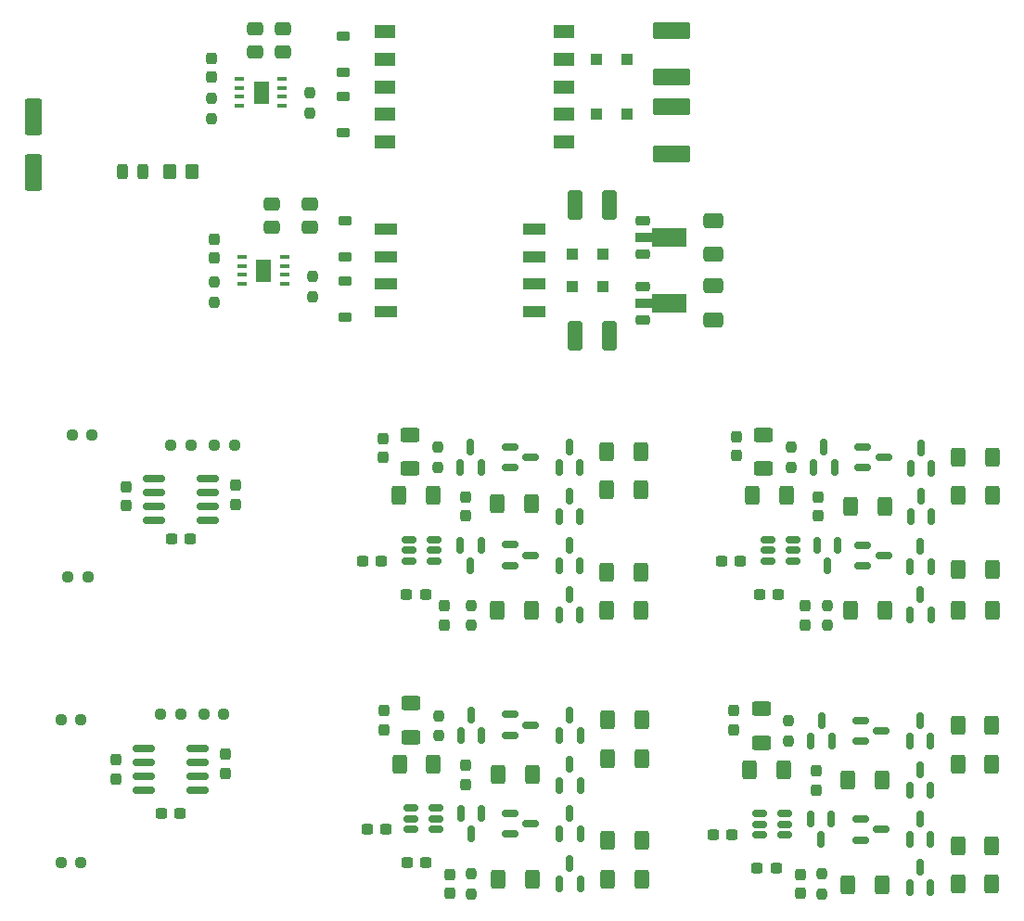
<source format=gbr>
%TF.GenerationSoftware,KiCad,Pcbnew,8.0.8*%
%TF.CreationDate,2025-02-22T00:09:07-08:00*%
%TF.ProjectId,deflection_board,6465666c-6563-4746-996f-6e5f626f6172,rev?*%
%TF.SameCoordinates,Original*%
%TF.FileFunction,Paste,Top*%
%TF.FilePolarity,Positive*%
%FSLAX46Y46*%
G04 Gerber Fmt 4.6, Leading zero omitted, Abs format (unit mm)*
G04 Created by KiCad (PCBNEW 8.0.8) date 2025-02-22 00:09:07*
%MOMM*%
%LPD*%
G01*
G04 APERTURE LIST*
G04 Aperture macros list*
%AMRoundRect*
0 Rectangle with rounded corners*
0 $1 Rounding radius*
0 $2 $3 $4 $5 $6 $7 $8 $9 X,Y pos of 4 corners*
0 Add a 4 corners polygon primitive as box body*
4,1,4,$2,$3,$4,$5,$6,$7,$8,$9,$2,$3,0*
0 Add four circle primitives for the rounded corners*
1,1,$1+$1,$2,$3*
1,1,$1+$1,$4,$5*
1,1,$1+$1,$6,$7*
1,1,$1+$1,$8,$9*
0 Add four rect primitives between the rounded corners*
20,1,$1+$1,$2,$3,$4,$5,0*
20,1,$1+$1,$4,$5,$6,$7,0*
20,1,$1+$1,$6,$7,$8,$9,0*
20,1,$1+$1,$8,$9,$2,$3,0*%
%AMFreePoly0*
4,1,9,3.862500,-0.866500,0.737500,-0.866500,0.737500,-0.450000,-0.737500,-0.450000,-0.737500,0.450000,0.737500,0.450000,0.737500,0.866500,3.862500,0.866500,3.862500,-0.866500,3.862500,-0.866500,$1*%
G04 Aperture macros list end*
%ADD10C,0.010000*%
%ADD11RoundRect,0.237500X-0.237500X0.300000X-0.237500X-0.300000X0.237500X-0.300000X0.237500X0.300000X0*%
%ADD12RoundRect,0.250000X0.400000X0.625000X-0.400000X0.625000X-0.400000X-0.625000X0.400000X-0.625000X0*%
%ADD13RoundRect,0.150000X-0.150000X0.587500X-0.150000X-0.587500X0.150000X-0.587500X0.150000X0.587500X0*%
%ADD14R,1.880000X1.170000*%
%ADD15RoundRect,0.237500X-0.237500X0.250000X-0.237500X-0.250000X0.237500X-0.250000X0.237500X0.250000X0*%
%ADD16RoundRect,0.250000X-0.400000X-0.625000X0.400000X-0.625000X0.400000X0.625000X-0.400000X0.625000X0*%
%ADD17RoundRect,0.250000X0.625000X-0.400000X0.625000X0.400000X-0.625000X0.400000X-0.625000X-0.400000X0*%
%ADD18RoundRect,0.040000X0.390000X0.120000X-0.390000X0.120000X-0.390000X-0.120000X0.390000X-0.120000X0*%
%ADD19RoundRect,0.237500X-0.300000X-0.237500X0.300000X-0.237500X0.300000X0.237500X-0.300000X0.237500X0*%
%ADD20RoundRect,0.150000X-0.587500X-0.150000X0.587500X-0.150000X0.587500X0.150000X-0.587500X0.150000X0*%
%ADD21RoundRect,0.237500X0.237500X-0.300000X0.237500X0.300000X-0.237500X0.300000X-0.237500X-0.300000X0*%
%ADD22RoundRect,0.250000X0.475000X-0.337500X0.475000X0.337500X-0.475000X0.337500X-0.475000X-0.337500X0*%
%ADD23RoundRect,0.150000X0.150000X-0.587500X0.150000X0.587500X-0.150000X0.587500X-0.150000X-0.587500X0*%
%ADD24RoundRect,0.250000X-0.412500X-1.100000X0.412500X-1.100000X0.412500X1.100000X-0.412500X1.100000X0*%
%ADD25RoundRect,0.150000X0.512500X0.150000X-0.512500X0.150000X-0.512500X-0.150000X0.512500X-0.150000X0*%
%ADD26RoundRect,0.237500X0.250000X0.237500X-0.250000X0.237500X-0.250000X-0.237500X0.250000X-0.237500X0*%
%ADD27RoundRect,0.250000X1.450000X-0.537500X1.450000X0.537500X-1.450000X0.537500X-1.450000X-0.537500X0*%
%ADD28RoundRect,0.150000X-0.825000X-0.150000X0.825000X-0.150000X0.825000X0.150000X-0.825000X0.150000X0*%
%ADD29RoundRect,0.250000X0.350000X0.450000X-0.350000X0.450000X-0.350000X-0.450000X0.350000X-0.450000X0*%
%ADD30RoundRect,0.243750X0.243750X0.456250X-0.243750X0.456250X-0.243750X-0.456250X0.243750X-0.456250X0*%
%ADD31RoundRect,0.250000X-0.650000X0.412500X-0.650000X-0.412500X0.650000X-0.412500X0.650000X0.412500X0*%
%ADD32RoundRect,0.237500X0.300000X0.237500X-0.300000X0.237500X-0.300000X-0.237500X0.300000X-0.237500X0*%
%ADD33RoundRect,0.225000X-0.375000X0.225000X-0.375000X-0.225000X0.375000X-0.225000X0.375000X0.225000X0*%
%ADD34R,2.080000X1.070000*%
%ADD35RoundRect,0.237500X0.237500X-0.250000X0.237500X0.250000X-0.237500X0.250000X-0.237500X-0.250000X0*%
%ADD36RoundRect,0.250000X0.412500X1.100000X-0.412500X1.100000X-0.412500X-1.100000X0.412500X-1.100000X0*%
%ADD37RoundRect,0.225000X-0.425000X-0.225000X0.425000X-0.225000X0.425000X0.225000X-0.425000X0.225000X0*%
%ADD38FreePoly0,0.000000*%
%ADD39RoundRect,0.237500X-0.250000X-0.237500X0.250000X-0.237500X0.250000X0.237500X-0.250000X0.237500X0*%
%ADD40RoundRect,0.250000X-0.300000X-0.300000X0.300000X-0.300000X0.300000X0.300000X-0.300000X0.300000X0*%
%ADD41RoundRect,0.250000X0.300000X0.300000X-0.300000X0.300000X-0.300000X-0.300000X0.300000X-0.300000X0*%
%ADD42RoundRect,0.250000X-0.550000X1.412500X-0.550000X-1.412500X0.550000X-1.412500X0.550000X1.412500X0*%
%ADD43RoundRect,0.225000X0.375000X-0.225000X0.375000X0.225000X-0.375000X0.225000X-0.375000X-0.225000X0*%
G04 APERTURE END LIST*
D10*
%TO.C,U8*%
X146625000Y-72950000D02*
X145375000Y-72950000D01*
X145375000Y-71050000D01*
X146625000Y-71050000D01*
X146625000Y-72950000D01*
G36*
X146625000Y-72950000D02*
G01*
X145375000Y-72950000D01*
X145375000Y-71050000D01*
X146625000Y-71050000D01*
X146625000Y-72950000D01*
G37*
%TO.C,U5*%
X146405000Y-56695000D02*
X145155000Y-56695000D01*
X145155000Y-54795000D01*
X146405000Y-54795000D01*
X146405000Y-56695000D01*
G36*
X146405000Y-56695000D02*
G01*
X145155000Y-56695000D01*
X145155000Y-54795000D01*
X146405000Y-54795000D01*
X146405000Y-56695000D01*
G37*
%TD*%
D11*
%TO.C,C8*%
X157000000Y-112200000D03*
X157000000Y-113925000D03*
%TD*%
D12*
%TO.C,R1*%
X202737500Y-93562500D03*
X199637500Y-93562500D03*
%TD*%
D13*
%TO.C,Q32*%
X165950000Y-121562500D03*
X164050000Y-121562500D03*
X165000000Y-123437500D03*
%TD*%
D14*
%TO.C,T1*%
X157100000Y-60245000D03*
X157100000Y-57745000D03*
X157100000Y-55245000D03*
X157100000Y-52745000D03*
X157100000Y-50245000D03*
X173460000Y-50245000D03*
X173460000Y-52745000D03*
X173460000Y-55245000D03*
X173460000Y-57745000D03*
X173460000Y-60245000D03*
%TD*%
D15*
%TO.C,R38*%
X165000000Y-127087500D03*
X165000000Y-128912500D03*
%TD*%
D16*
%TO.C,R27*%
X199400000Y-128062500D03*
X202500000Y-128062500D03*
%TD*%
D17*
%TO.C,R39*%
X159500000Y-114612500D03*
X159500000Y-111512500D03*
%TD*%
D18*
%TO.C,U8*%
X147935000Y-73200000D03*
X147935000Y-72400000D03*
X147935000Y-71600000D03*
X147935000Y-70800000D03*
X144065000Y-70800000D03*
X144065000Y-71600000D03*
X144065000Y-72400000D03*
X144065000Y-73200000D03*
%TD*%
D19*
%TO.C,C35*%
X136677500Y-121546249D03*
X138402500Y-121546249D03*
%TD*%
D20*
%TO.C,Q11*%
X168500000Y-88112500D03*
X168500000Y-90012500D03*
X170375000Y-89062500D03*
%TD*%
D15*
%TO.C,R14*%
X165000000Y-102587500D03*
X165000000Y-104412500D03*
%TD*%
D19*
%TO.C,C26*%
X159075000Y-101562500D03*
X160800000Y-101562500D03*
%TD*%
D21*
%TO.C,C25*%
X162500000Y-104362500D03*
X162500000Y-102637500D03*
%TD*%
D22*
%TO.C,C22*%
X146780000Y-68037500D03*
X146780000Y-65962500D03*
%TD*%
D23*
%TO.C,Q23*%
X205000000Y-115000000D03*
X206900000Y-115000000D03*
X205950000Y-113125000D03*
%TD*%
D17*
%TO.C,R9*%
X191687500Y-90112500D03*
X191687500Y-87012500D03*
%TD*%
D24*
%TO.C,C19*%
X174437500Y-66000000D03*
X177562500Y-66000000D03*
%TD*%
D25*
%TO.C,U4*%
X161775000Y-123012500D03*
X161775000Y-122062500D03*
X161775000Y-121112500D03*
X159500000Y-121112500D03*
X159500000Y-122062500D03*
X159500000Y-123012500D03*
%TD*%
D23*
%TO.C,Q26*%
X173050000Y-123437500D03*
X174950000Y-123437500D03*
X174000000Y-121562500D03*
%TD*%
D12*
%TO.C,R31*%
X180550000Y-113062500D03*
X177450000Y-113062500D03*
%TD*%
D15*
%TO.C,R37*%
X162000000Y-112650000D03*
X162000000Y-114475000D03*
%TD*%
D16*
%TO.C,R8*%
X209450000Y-99325000D03*
X212550000Y-99325000D03*
%TD*%
D20*
%TO.C,Q29*%
X168500000Y-112562500D03*
X168500000Y-114462500D03*
X170375000Y-113512500D03*
%TD*%
D22*
%TO.C,C11*%
X145280000Y-52037500D03*
X145280000Y-49962500D03*
%TD*%
D26*
%TO.C,R45*%
X130392500Y-87000000D03*
X128567500Y-87000000D03*
%TD*%
D21*
%TO.C,C7*%
X164500000Y-118925000D03*
X164500000Y-117200000D03*
%TD*%
D20*
%TO.C,Q2*%
X200750000Y-88112500D03*
X200750000Y-90012500D03*
X202625000Y-89062500D03*
%TD*%
D16*
%TO.C,R17*%
X167387500Y-103062500D03*
X170487500Y-103062500D03*
%TD*%
D12*
%TO.C,R33*%
X180550000Y-116562500D03*
X177450000Y-116562500D03*
%TD*%
D27*
%TO.C,C9*%
X183280000Y-61382500D03*
X183280000Y-57107500D03*
%TD*%
D15*
%TO.C,R47*%
X141500000Y-73087500D03*
X141500000Y-74912500D03*
%TD*%
D16*
%TO.C,R20*%
X177387500Y-99562500D03*
X180487500Y-99562500D03*
%TD*%
D15*
%TO.C,R23*%
X193950000Y-113150000D03*
X193950000Y-114975000D03*
%TD*%
D28*
%TO.C,U10*%
X136005000Y-91055000D03*
X136005000Y-92325000D03*
X136005000Y-93595000D03*
X136005000Y-94865000D03*
X140955000Y-94865000D03*
X140955000Y-93595000D03*
X140955000Y-92325000D03*
X140955000Y-91055000D03*
%TD*%
D22*
%TO.C,C12*%
X147780000Y-52037500D03*
X147780000Y-49962500D03*
%TD*%
D23*
%TO.C,Q5*%
X205100000Y-94500000D03*
X207000000Y-94500000D03*
X206050000Y-92625000D03*
%TD*%
D29*
%TO.C,R41*%
X139500000Y-63000000D03*
X137500000Y-63000000D03*
%TD*%
D30*
%TO.C,D9*%
X135000000Y-63000000D03*
X133125000Y-63000000D03*
%TD*%
D25*
%TO.C,U2*%
X161575000Y-98512500D03*
X161575000Y-97562500D03*
X161575000Y-96612500D03*
X159300000Y-96612500D03*
X159300000Y-97562500D03*
X159300000Y-98512500D03*
%TD*%
D23*
%TO.C,Q6*%
X205100000Y-90125000D03*
X207000000Y-90125000D03*
X206050000Y-88250000D03*
%TD*%
D11*
%TO.C,C5*%
X188950000Y-112200000D03*
X188950000Y-113925000D03*
%TD*%
D31*
%TO.C,C16*%
X187100000Y-73437500D03*
X187100000Y-76562500D03*
%TD*%
D32*
%TO.C,C30*%
X157225000Y-123062500D03*
X155500000Y-123062500D03*
%TD*%
D19*
%TO.C,C38*%
X137617500Y-96500000D03*
X139342500Y-96500000D03*
%TD*%
D33*
%TO.C,D8*%
X153280000Y-56095000D03*
X153280000Y-59395000D03*
%TD*%
D13*
%TO.C,Q10*%
X165887500Y-97125000D03*
X163987500Y-97125000D03*
X164937500Y-99000000D03*
%TD*%
D23*
%TO.C,Q27*%
X173050000Y-119000000D03*
X174950000Y-119000000D03*
X174000000Y-117125000D03*
%TD*%
D34*
%TO.C,T2*%
X157220000Y-75735000D03*
X157220000Y-73245000D03*
X157220000Y-70755000D03*
X157220000Y-68265000D03*
X170780000Y-68265000D03*
X170780000Y-70755000D03*
X170780000Y-73245000D03*
X170780000Y-75735000D03*
%TD*%
D13*
%TO.C,Q18*%
X197850000Y-122062500D03*
X195950000Y-122062500D03*
X196900000Y-123937500D03*
%TD*%
D35*
%TO.C,R44*%
X150280000Y-57657500D03*
X150280000Y-55832500D03*
%TD*%
D20*
%TO.C,Q12*%
X168500000Y-97062500D03*
X168500000Y-98962500D03*
X170375000Y-98012500D03*
%TD*%
D23*
%TO.C,Q25*%
X173050000Y-114500000D03*
X174950000Y-114500000D03*
X174000000Y-112625000D03*
%TD*%
D20*
%TO.C,Q19*%
X200512500Y-113112500D03*
X200512500Y-115012500D03*
X202387500Y-114062500D03*
%TD*%
D23*
%TO.C,Q28*%
X173050000Y-128000000D03*
X174950000Y-128000000D03*
X174000000Y-126125000D03*
%TD*%
D36*
%TO.C,C18*%
X177562500Y-78000000D03*
X174437500Y-78000000D03*
%TD*%
D37*
%TO.C,U7*%
X180650000Y-67500000D03*
D38*
X180737500Y-69000000D03*
D37*
X180650000Y-70500000D03*
%TD*%
D12*
%TO.C,R19*%
X180487500Y-88562500D03*
X177387500Y-88562500D03*
%TD*%
D21*
%TO.C,C13*%
X141280000Y-54362500D03*
X141280000Y-52637500D03*
%TD*%
%TO.C,C33*%
X132540000Y-118408749D03*
X132540000Y-116683749D03*
%TD*%
D12*
%TO.C,R15*%
X180487500Y-92062500D03*
X177387500Y-92062500D03*
%TD*%
D39*
%TO.C,R54*%
X140587500Y-112500000D03*
X142412500Y-112500000D03*
%TD*%
D22*
%TO.C,C21*%
X150280000Y-68037500D03*
X150280000Y-65962500D03*
%TD*%
D15*
%TO.C,R4*%
X197500000Y-102587500D03*
X197500000Y-104412500D03*
%TD*%
D12*
%TO.C,R16*%
X170487500Y-93272500D03*
X167387500Y-93272500D03*
%TD*%
D25*
%TO.C,U1*%
X194325000Y-98512500D03*
X194325000Y-97562500D03*
X194325000Y-96612500D03*
X192050000Y-96612500D03*
X192050000Y-97562500D03*
X192050000Y-98512500D03*
%TD*%
D18*
%TO.C,U5*%
X147715000Y-56945000D03*
X147715000Y-56145000D03*
X147715000Y-55345000D03*
X147715000Y-54545000D03*
X143845000Y-54545000D03*
X143845000Y-55345000D03*
X143845000Y-56145000D03*
X143845000Y-56945000D03*
%TD*%
D12*
%TO.C,R5*%
X212550000Y-92562500D03*
X209450000Y-92562500D03*
%TD*%
D40*
%TO.C,D1*%
X176380000Y-52745000D03*
X179180000Y-52745000D03*
%TD*%
D16*
%TO.C,R35*%
X167450000Y-127562500D03*
X170550000Y-127562500D03*
%TD*%
D23*
%TO.C,Q15*%
X172987500Y-90000000D03*
X174887500Y-90000000D03*
X173937500Y-88125000D03*
%TD*%
D15*
%TO.C,R43*%
X141280000Y-56332500D03*
X141280000Y-58157500D03*
%TD*%
D23*
%TO.C,Q22*%
X205000000Y-128387500D03*
X206900000Y-128387500D03*
X205950000Y-126512500D03*
%TD*%
D21*
%TO.C,C4*%
X164437500Y-94425000D03*
X164437500Y-92700000D03*
%TD*%
%TO.C,C15*%
X195500000Y-104362500D03*
X195500000Y-102637500D03*
%TD*%
D11*
%TO.C,C37*%
X143480000Y-91637500D03*
X143480000Y-93362500D03*
%TD*%
D23*
%TO.C,Q31*%
X164050000Y-114500000D03*
X165950000Y-114500000D03*
X165000000Y-112625000D03*
%TD*%
D11*
%TO.C,C2*%
X189187500Y-87200000D03*
X189187500Y-88925000D03*
%TD*%
D23*
%TO.C,Q13*%
X172987500Y-94500000D03*
X174887500Y-94500000D03*
X173937500Y-92625000D03*
%TD*%
D15*
%TO.C,R3*%
X194187500Y-88150000D03*
X194187500Y-89975000D03*
%TD*%
D21*
%TO.C,C1*%
X196687500Y-94425000D03*
X196687500Y-92700000D03*
%TD*%
D25*
%TO.C,U3*%
X193587500Y-123512500D03*
X193587500Y-122562500D03*
X193587500Y-121612500D03*
X191312500Y-121612500D03*
X191312500Y-122562500D03*
X191312500Y-123512500D03*
%TD*%
D37*
%TO.C,U6*%
X180650000Y-73500000D03*
D38*
X180737500Y-75000000D03*
D37*
X180650000Y-76500000D03*
%TD*%
D16*
%TO.C,R32*%
X177450000Y-124062500D03*
X180550000Y-124062500D03*
%TD*%
D21*
%TO.C,C6*%
X196450000Y-119425000D03*
X196450000Y-117700000D03*
%TD*%
D12*
%TO.C,R26*%
X202500000Y-118562500D03*
X199400000Y-118562500D03*
%TD*%
D41*
%TO.C,D2*%
X179180000Y-57745000D03*
X176380000Y-57745000D03*
%TD*%
D16*
%TO.C,R18*%
X177387500Y-103062500D03*
X180487500Y-103062500D03*
%TD*%
D12*
%TO.C,R34*%
X170550000Y-118062500D03*
X167450000Y-118062500D03*
%TD*%
D16*
%TO.C,R2*%
X199637500Y-103062500D03*
X202737500Y-103062500D03*
%TD*%
D19*
%TO.C,C29*%
X191087500Y-126562500D03*
X192812500Y-126562500D03*
%TD*%
D23*
%TO.C,Q17*%
X196000000Y-115000000D03*
X197900000Y-115000000D03*
X196950000Y-113125000D03*
%TD*%
D15*
%TO.C,R24*%
X197000000Y-127087500D03*
X197000000Y-128912500D03*
%TD*%
D16*
%TO.C,R11*%
X158387500Y-92562500D03*
X161487500Y-92562500D03*
%TD*%
D32*
%TO.C,C24*%
X156800000Y-98562500D03*
X155075000Y-98562500D03*
%TD*%
D42*
%TO.C,C39*%
X125000000Y-57962500D03*
X125000000Y-63037500D03*
%TD*%
D23*
%TO.C,Q7*%
X205050000Y-103500000D03*
X206950000Y-103500000D03*
X206000000Y-101625000D03*
%TD*%
D33*
%TO.C,D5*%
X153500000Y-73000000D03*
X153500000Y-76300000D03*
%TD*%
D17*
%TO.C,R22*%
X191450000Y-115112500D03*
X191450000Y-112012500D03*
%TD*%
D26*
%TO.C,R49*%
X139392500Y-88000000D03*
X137567500Y-88000000D03*
%TD*%
D23*
%TO.C,Q14*%
X172987500Y-103437500D03*
X174887500Y-103437500D03*
X173937500Y-101562500D03*
%TD*%
D16*
%TO.C,R36*%
X177450000Y-127562500D03*
X180550000Y-127562500D03*
%TD*%
D23*
%TO.C,Q9*%
X163987500Y-90000000D03*
X165887500Y-90000000D03*
X164937500Y-88125000D03*
%TD*%
%TO.C,Q24*%
X205000000Y-123950000D03*
X206900000Y-123950000D03*
X205950000Y-122075000D03*
%TD*%
D16*
%TO.C,R10*%
X190637500Y-92562500D03*
X193737500Y-92562500D03*
%TD*%
D27*
%TO.C,C10*%
X183280000Y-54382500D03*
X183280000Y-50107500D03*
%TD*%
D12*
%TO.C,R29*%
X212500000Y-113562500D03*
X209400000Y-113562500D03*
%TD*%
D16*
%TO.C,R21*%
X190400000Y-117562500D03*
X193500000Y-117562500D03*
%TD*%
D11*
%TO.C,C34*%
X142540000Y-116183749D03*
X142540000Y-117908749D03*
%TD*%
D23*
%TO.C,Q8*%
X205050000Y-99062500D03*
X206950000Y-99062500D03*
X206000000Y-97187500D03*
%TD*%
D12*
%TO.C,R6*%
X212550000Y-89062500D03*
X209450000Y-89062500D03*
%TD*%
D21*
%TO.C,C28*%
X195000000Y-128862500D03*
X195000000Y-127137500D03*
%TD*%
D20*
%TO.C,Q4*%
X200750000Y-97112500D03*
X200750000Y-99012500D03*
X202625000Y-98062500D03*
%TD*%
D43*
%TO.C,D7*%
X153280000Y-53895000D03*
X153280000Y-50595000D03*
%TD*%
D39*
%TO.C,R50*%
X141567500Y-88000000D03*
X143392500Y-88000000D03*
%TD*%
D26*
%TO.C,R53*%
X138452500Y-112546249D03*
X136627500Y-112546249D03*
%TD*%
D40*
%TO.C,D4*%
X174200000Y-70500000D03*
X177000000Y-70500000D03*
%TD*%
D21*
%TO.C,C20*%
X141500000Y-70862500D03*
X141500000Y-69137500D03*
%TD*%
D39*
%TO.C,R51*%
X127547500Y-113046249D03*
X129372500Y-113046249D03*
%TD*%
D17*
%TO.C,R12*%
X159437500Y-90112500D03*
X159437500Y-87012500D03*
%TD*%
D28*
%TO.C,U9*%
X135065000Y-115641249D03*
X135065000Y-116911249D03*
X135065000Y-118181249D03*
X135065000Y-119451249D03*
X140015000Y-119451249D03*
X140015000Y-118181249D03*
X140015000Y-116911249D03*
X140015000Y-115641249D03*
%TD*%
D31*
%TO.C,C17*%
X187100000Y-67437500D03*
X187100000Y-70562500D03*
%TD*%
D20*
%TO.C,Q30*%
X168562500Y-121562500D03*
X168562500Y-123462500D03*
X170437500Y-122512500D03*
%TD*%
D16*
%TO.C,R40*%
X158450000Y-117062500D03*
X161550000Y-117062500D03*
%TD*%
D21*
%TO.C,C36*%
X133480000Y-93500000D03*
X133480000Y-91775000D03*
%TD*%
D41*
%TO.C,D3*%
X177000000Y-73500000D03*
X174200000Y-73500000D03*
%TD*%
D39*
%TO.C,R52*%
X127547500Y-126046249D03*
X129372500Y-126046249D03*
%TD*%
D35*
%TO.C,R46*%
X150500000Y-74412500D03*
X150500000Y-72587500D03*
%TD*%
D21*
%TO.C,C31*%
X163000000Y-128862500D03*
X163000000Y-127137500D03*
%TD*%
D23*
%TO.C,Q16*%
X172987500Y-99000000D03*
X174887500Y-99000000D03*
X173937500Y-97125000D03*
%TD*%
D32*
%TO.C,C27*%
X188812500Y-123562500D03*
X187087500Y-123562500D03*
%TD*%
D19*
%TO.C,C23*%
X191325000Y-101562500D03*
X193050000Y-101562500D03*
%TD*%
D23*
%TO.C,Q1*%
X196237500Y-90000000D03*
X198137500Y-90000000D03*
X197187500Y-88125000D03*
%TD*%
D16*
%TO.C,R30*%
X209400000Y-124512500D03*
X212500000Y-124512500D03*
%TD*%
%TO.C,R28*%
X209400000Y-128012500D03*
X212500000Y-128012500D03*
%TD*%
D20*
%TO.C,Q20*%
X200512500Y-122112500D03*
X200512500Y-124012500D03*
X202387500Y-123062500D03*
%TD*%
D32*
%TO.C,C14*%
X189550000Y-98562500D03*
X187825000Y-98562500D03*
%TD*%
D16*
%TO.C,R7*%
X209450000Y-103062500D03*
X212550000Y-103062500D03*
%TD*%
D12*
%TO.C,R25*%
X212500000Y-117062500D03*
X209400000Y-117062500D03*
%TD*%
D11*
%TO.C,C3*%
X156937500Y-87337500D03*
X156937500Y-89062500D03*
%TD*%
D13*
%TO.C,Q3*%
X198450000Y-97125000D03*
X196550000Y-97125000D03*
X197500000Y-99000000D03*
%TD*%
D15*
%TO.C,R13*%
X161937500Y-88150000D03*
X161937500Y-89975000D03*
%TD*%
D23*
%TO.C,Q21*%
X205000000Y-119500000D03*
X206900000Y-119500000D03*
X205950000Y-117625000D03*
%TD*%
D43*
%TO.C,D6*%
X153500000Y-70800000D03*
X153500000Y-67500000D03*
%TD*%
D19*
%TO.C,C32*%
X159137500Y-126062500D03*
X160862500Y-126062500D03*
%TD*%
D39*
%TO.C,R48*%
X128155000Y-100000000D03*
X129980000Y-100000000D03*
%TD*%
M02*

</source>
